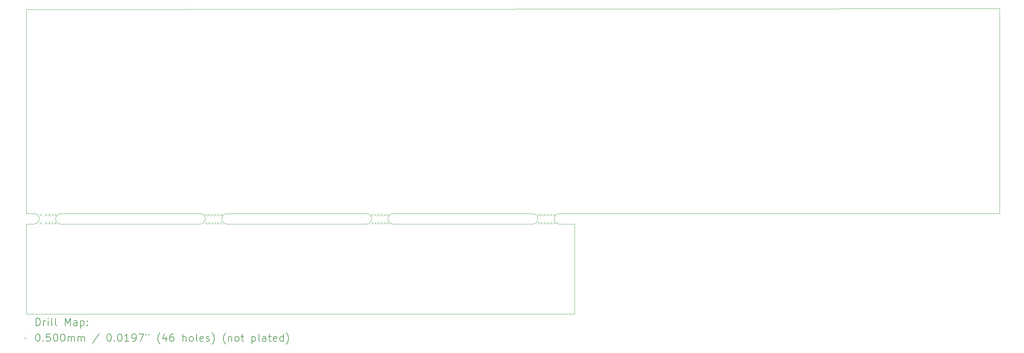
<source format=gbr>
%TF.GenerationSoftware,KiCad,Pcbnew,(6.0.10)*%
%TF.CreationDate,2023-03-08T19:14:59+03:00*%
%TF.ProjectId,my_pcb,6d795f70-6362-42e6-9b69-6361645f7063,rev?*%
%TF.SameCoordinates,Original*%
%TF.FileFunction,Drillmap*%
%TF.FilePolarity,Positive*%
%FSLAX45Y45*%
G04 Gerber Fmt 4.5, Leading zero omitted, Abs format (unit mm)*
G04 Created by KiCad (PCBNEW (6.0.10)) date 2023-03-08 19:14:59*
%MOMM*%
%LPD*%
G01*
G04 APERTURE LIST*
%ADD10C,0.050000*%
%ADD11C,0.200000*%
G04 APERTURE END LIST*
D10*
X2909510Y-8858000D02*
X2709510Y-8858000D01*
X16949510Y-8858000D02*
X17349510Y-8858000D01*
X11789510Y-8858000D02*
G75*
G03*
X11789510Y-8578000I0J140000D01*
G01*
X5849510Y-8578000D02*
X7349510Y-8578000D01*
X3629510Y-8578000D02*
G75*
G03*
X3629510Y-8858000I0J-140000D01*
G01*
X12509510Y-8578000D02*
G75*
G03*
X12509510Y-8858000I0J-140000D01*
G01*
X2909510Y-8858000D02*
G75*
G03*
X2909510Y-8578000I0J140000D01*
G01*
X8069510Y-8578000D02*
X10289510Y-8578000D01*
X28709510Y-8578000D02*
X16949510Y-8578000D01*
X16229510Y-8858000D02*
G75*
G03*
X16229510Y-8578000I0J140000D01*
G01*
X28709510Y-3098000D02*
X28709510Y-8578000D01*
X5849510Y-8858000D02*
X7349510Y-8858000D01*
X2709510Y-3128000D02*
X28709510Y-3098000D01*
X2709510Y-8578000D02*
X2909510Y-8578000D01*
X14729510Y-8858000D02*
X16229510Y-8858000D01*
X3629510Y-8858000D02*
X5849510Y-8858000D01*
X17349510Y-11258000D02*
X17349510Y-8858000D01*
X7349510Y-8858000D02*
G75*
G03*
X7349510Y-8578000I0J140000D01*
G01*
X14729510Y-8578000D02*
X16229510Y-8578000D01*
X10289510Y-8858000D02*
X11789510Y-8858000D01*
X10289510Y-8578000D02*
X11789510Y-8578000D01*
X8069510Y-8578000D02*
G75*
G03*
X8069510Y-8858000I0J-140000D01*
G01*
X3629510Y-8578000D02*
X5849510Y-8578000D01*
X12509510Y-8578000D02*
X14729510Y-8578000D01*
X2709510Y-11258000D02*
X2709510Y-8858000D01*
X12509510Y-8858000D02*
X14729510Y-8858000D01*
X8069510Y-8858000D02*
X10289510Y-8858000D01*
X2709510Y-8578000D02*
X2709510Y-3128000D01*
X17349510Y-11258000D02*
X2709510Y-11258000D01*
X16949510Y-8578000D02*
G75*
G03*
X16949510Y-8858000I0J-140000D01*
G01*
D11*
D10*
X3059510Y-8583000D02*
X3109510Y-8633000D01*
X3109510Y-8583000D02*
X3059510Y-8633000D01*
X3059510Y-8803000D02*
X3109510Y-8853000D01*
X3109510Y-8803000D02*
X3059510Y-8853000D01*
X3209510Y-8583000D02*
X3259510Y-8633000D01*
X3259510Y-8583000D02*
X3209510Y-8633000D01*
X3209510Y-8803000D02*
X3259510Y-8853000D01*
X3259510Y-8803000D02*
X3209510Y-8853000D01*
X3294510Y-8583000D02*
X3344510Y-8633000D01*
X3344510Y-8583000D02*
X3294510Y-8633000D01*
X3294510Y-8803000D02*
X3344510Y-8853000D01*
X3344510Y-8803000D02*
X3294510Y-8853000D01*
X3374510Y-8583000D02*
X3424510Y-8633000D01*
X3424510Y-8583000D02*
X3374510Y-8633000D01*
X3374510Y-8803000D02*
X3424510Y-8853000D01*
X3424510Y-8803000D02*
X3374510Y-8853000D01*
X3454510Y-8583000D02*
X3504510Y-8633000D01*
X3504510Y-8583000D02*
X3454510Y-8633000D01*
X3454510Y-8803000D02*
X3504510Y-8853000D01*
X3504510Y-8803000D02*
X3454510Y-8853000D01*
X7489510Y-8583000D02*
X7539510Y-8633000D01*
X7539510Y-8583000D02*
X7489510Y-8633000D01*
X7489510Y-8803000D02*
X7539510Y-8853000D01*
X7539510Y-8803000D02*
X7489510Y-8853000D01*
X7569510Y-8583000D02*
X7619510Y-8633000D01*
X7619510Y-8583000D02*
X7569510Y-8633000D01*
X7569510Y-8803000D02*
X7619510Y-8853000D01*
X7619510Y-8803000D02*
X7569510Y-8853000D01*
X7649510Y-8583000D02*
X7699510Y-8633000D01*
X7699510Y-8583000D02*
X7649510Y-8633000D01*
X7649510Y-8803000D02*
X7699510Y-8853000D01*
X7699510Y-8803000D02*
X7649510Y-8853000D01*
X7724510Y-8583000D02*
X7774510Y-8633000D01*
X7774510Y-8583000D02*
X7724510Y-8633000D01*
X7724510Y-8803000D02*
X7774510Y-8853000D01*
X7774510Y-8803000D02*
X7724510Y-8853000D01*
X7804510Y-8583000D02*
X7854510Y-8633000D01*
X7854510Y-8583000D02*
X7804510Y-8633000D01*
X7804510Y-8803000D02*
X7854510Y-8853000D01*
X7854510Y-8803000D02*
X7804510Y-8853000D01*
X7884510Y-8583000D02*
X7934510Y-8633000D01*
X7934510Y-8583000D02*
X7884510Y-8633000D01*
X7884510Y-8803000D02*
X7934510Y-8853000D01*
X7934510Y-8803000D02*
X7884510Y-8853000D01*
X11929510Y-8583000D02*
X11979510Y-8633000D01*
X11979510Y-8583000D02*
X11929510Y-8633000D01*
X11929510Y-8803000D02*
X11979510Y-8853000D01*
X11979510Y-8803000D02*
X11929510Y-8853000D01*
X12009510Y-8583000D02*
X12059510Y-8633000D01*
X12059510Y-8583000D02*
X12009510Y-8633000D01*
X12009510Y-8803000D02*
X12059510Y-8853000D01*
X12059510Y-8803000D02*
X12009510Y-8853000D01*
X12089510Y-8583000D02*
X12139510Y-8633000D01*
X12139510Y-8583000D02*
X12089510Y-8633000D01*
X12089510Y-8803000D02*
X12139510Y-8853000D01*
X12139510Y-8803000D02*
X12089510Y-8853000D01*
X12174510Y-8583000D02*
X12224510Y-8633000D01*
X12224510Y-8583000D02*
X12174510Y-8633000D01*
X12174510Y-8803000D02*
X12224510Y-8853000D01*
X12224510Y-8803000D02*
X12174510Y-8853000D01*
X12254510Y-8583000D02*
X12304510Y-8633000D01*
X12304510Y-8583000D02*
X12254510Y-8633000D01*
X12254510Y-8803000D02*
X12304510Y-8853000D01*
X12304510Y-8803000D02*
X12254510Y-8853000D01*
X12334510Y-8583000D02*
X12384510Y-8633000D01*
X12384510Y-8583000D02*
X12334510Y-8633000D01*
X12334510Y-8803000D02*
X12384510Y-8853000D01*
X12384510Y-8803000D02*
X12334510Y-8853000D01*
X16369510Y-8583000D02*
X16419510Y-8633000D01*
X16419510Y-8583000D02*
X16369510Y-8633000D01*
X16369510Y-8803000D02*
X16419510Y-8853000D01*
X16419510Y-8803000D02*
X16369510Y-8853000D01*
X16449510Y-8583000D02*
X16499510Y-8633000D01*
X16499510Y-8583000D02*
X16449510Y-8633000D01*
X16449510Y-8803000D02*
X16499510Y-8853000D01*
X16499510Y-8803000D02*
X16449510Y-8853000D01*
X16529510Y-8583000D02*
X16579510Y-8633000D01*
X16579510Y-8583000D02*
X16529510Y-8633000D01*
X16529510Y-8803000D02*
X16579510Y-8853000D01*
X16579510Y-8803000D02*
X16529510Y-8853000D01*
X16614510Y-8583000D02*
X16664510Y-8633000D01*
X16664510Y-8583000D02*
X16614510Y-8633000D01*
X16614510Y-8803000D02*
X16664510Y-8853000D01*
X16664510Y-8803000D02*
X16614510Y-8853000D01*
X16694510Y-8583000D02*
X16744510Y-8633000D01*
X16744510Y-8583000D02*
X16694510Y-8633000D01*
X16694510Y-8803000D02*
X16744510Y-8853000D01*
X16744510Y-8803000D02*
X16694510Y-8853000D01*
X16774510Y-8583000D02*
X16824510Y-8633000D01*
X16824510Y-8583000D02*
X16774510Y-8633000D01*
X16774510Y-8803000D02*
X16824510Y-8853000D01*
X16824510Y-8803000D02*
X16774510Y-8853000D01*
D11*
X2964629Y-11570976D02*
X2964629Y-11370976D01*
X3012248Y-11370976D01*
X3040819Y-11380500D01*
X3059867Y-11399548D01*
X3069391Y-11418595D01*
X3078915Y-11456690D01*
X3078915Y-11485262D01*
X3069391Y-11523357D01*
X3059867Y-11542405D01*
X3040819Y-11561452D01*
X3012248Y-11570976D01*
X2964629Y-11570976D01*
X3164629Y-11570976D02*
X3164629Y-11437643D01*
X3164629Y-11475738D02*
X3174153Y-11456690D01*
X3183677Y-11447167D01*
X3202724Y-11437643D01*
X3221772Y-11437643D01*
X3288438Y-11570976D02*
X3288438Y-11437643D01*
X3288438Y-11370976D02*
X3278915Y-11380500D01*
X3288438Y-11390024D01*
X3297962Y-11380500D01*
X3288438Y-11370976D01*
X3288438Y-11390024D01*
X3412248Y-11570976D02*
X3393200Y-11561452D01*
X3383677Y-11542405D01*
X3383677Y-11370976D01*
X3517010Y-11570976D02*
X3497962Y-11561452D01*
X3488438Y-11542405D01*
X3488438Y-11370976D01*
X3745581Y-11570976D02*
X3745581Y-11370976D01*
X3812248Y-11513833D01*
X3878915Y-11370976D01*
X3878915Y-11570976D01*
X4059867Y-11570976D02*
X4059867Y-11466214D01*
X4050343Y-11447167D01*
X4031296Y-11437643D01*
X3993200Y-11437643D01*
X3974153Y-11447167D01*
X4059867Y-11561452D02*
X4040819Y-11570976D01*
X3993200Y-11570976D01*
X3974153Y-11561452D01*
X3964629Y-11542405D01*
X3964629Y-11523357D01*
X3974153Y-11504309D01*
X3993200Y-11494786D01*
X4040819Y-11494786D01*
X4059867Y-11485262D01*
X4155105Y-11437643D02*
X4155105Y-11637643D01*
X4155105Y-11447167D02*
X4174153Y-11437643D01*
X4212248Y-11437643D01*
X4231296Y-11447167D01*
X4240820Y-11456690D01*
X4250343Y-11475738D01*
X4250343Y-11532881D01*
X4240820Y-11551928D01*
X4231296Y-11561452D01*
X4212248Y-11570976D01*
X4174153Y-11570976D01*
X4155105Y-11561452D01*
X4336058Y-11551928D02*
X4345581Y-11561452D01*
X4336058Y-11570976D01*
X4326534Y-11561452D01*
X4336058Y-11551928D01*
X4336058Y-11570976D01*
X4336058Y-11447167D02*
X4345581Y-11456690D01*
X4336058Y-11466214D01*
X4326534Y-11456690D01*
X4336058Y-11447167D01*
X4336058Y-11466214D01*
D10*
X2657010Y-11875500D02*
X2707010Y-11925500D01*
X2707010Y-11875500D02*
X2657010Y-11925500D01*
D11*
X3002724Y-11790976D02*
X3021772Y-11790976D01*
X3040819Y-11800500D01*
X3050343Y-11810024D01*
X3059867Y-11829071D01*
X3069391Y-11867167D01*
X3069391Y-11914786D01*
X3059867Y-11952881D01*
X3050343Y-11971928D01*
X3040819Y-11981452D01*
X3021772Y-11990976D01*
X3002724Y-11990976D01*
X2983677Y-11981452D01*
X2974153Y-11971928D01*
X2964629Y-11952881D01*
X2955105Y-11914786D01*
X2955105Y-11867167D01*
X2964629Y-11829071D01*
X2974153Y-11810024D01*
X2983677Y-11800500D01*
X3002724Y-11790976D01*
X3155105Y-11971928D02*
X3164629Y-11981452D01*
X3155105Y-11990976D01*
X3145581Y-11981452D01*
X3155105Y-11971928D01*
X3155105Y-11990976D01*
X3345581Y-11790976D02*
X3250343Y-11790976D01*
X3240819Y-11886214D01*
X3250343Y-11876690D01*
X3269391Y-11867167D01*
X3317010Y-11867167D01*
X3336058Y-11876690D01*
X3345581Y-11886214D01*
X3355105Y-11905262D01*
X3355105Y-11952881D01*
X3345581Y-11971928D01*
X3336058Y-11981452D01*
X3317010Y-11990976D01*
X3269391Y-11990976D01*
X3250343Y-11981452D01*
X3240819Y-11971928D01*
X3478915Y-11790976D02*
X3497962Y-11790976D01*
X3517010Y-11800500D01*
X3526534Y-11810024D01*
X3536058Y-11829071D01*
X3545581Y-11867167D01*
X3545581Y-11914786D01*
X3536058Y-11952881D01*
X3526534Y-11971928D01*
X3517010Y-11981452D01*
X3497962Y-11990976D01*
X3478915Y-11990976D01*
X3459867Y-11981452D01*
X3450343Y-11971928D01*
X3440819Y-11952881D01*
X3431296Y-11914786D01*
X3431296Y-11867167D01*
X3440819Y-11829071D01*
X3450343Y-11810024D01*
X3459867Y-11800500D01*
X3478915Y-11790976D01*
X3669391Y-11790976D02*
X3688438Y-11790976D01*
X3707486Y-11800500D01*
X3717010Y-11810024D01*
X3726534Y-11829071D01*
X3736058Y-11867167D01*
X3736058Y-11914786D01*
X3726534Y-11952881D01*
X3717010Y-11971928D01*
X3707486Y-11981452D01*
X3688438Y-11990976D01*
X3669391Y-11990976D01*
X3650343Y-11981452D01*
X3640819Y-11971928D01*
X3631296Y-11952881D01*
X3621772Y-11914786D01*
X3621772Y-11867167D01*
X3631296Y-11829071D01*
X3640819Y-11810024D01*
X3650343Y-11800500D01*
X3669391Y-11790976D01*
X3821772Y-11990976D02*
X3821772Y-11857643D01*
X3821772Y-11876690D02*
X3831296Y-11867167D01*
X3850343Y-11857643D01*
X3878915Y-11857643D01*
X3897962Y-11867167D01*
X3907486Y-11886214D01*
X3907486Y-11990976D01*
X3907486Y-11886214D02*
X3917010Y-11867167D01*
X3936058Y-11857643D01*
X3964629Y-11857643D01*
X3983677Y-11867167D01*
X3993200Y-11886214D01*
X3993200Y-11990976D01*
X4088438Y-11990976D02*
X4088438Y-11857643D01*
X4088438Y-11876690D02*
X4097962Y-11867167D01*
X4117010Y-11857643D01*
X4145581Y-11857643D01*
X4164629Y-11867167D01*
X4174153Y-11886214D01*
X4174153Y-11990976D01*
X4174153Y-11886214D02*
X4183677Y-11867167D01*
X4202724Y-11857643D01*
X4231296Y-11857643D01*
X4250343Y-11867167D01*
X4259867Y-11886214D01*
X4259867Y-11990976D01*
X4650343Y-11781452D02*
X4478915Y-12038595D01*
X4907486Y-11790976D02*
X4926534Y-11790976D01*
X4945581Y-11800500D01*
X4955105Y-11810024D01*
X4964629Y-11829071D01*
X4974153Y-11867167D01*
X4974153Y-11914786D01*
X4964629Y-11952881D01*
X4955105Y-11971928D01*
X4945581Y-11981452D01*
X4926534Y-11990976D01*
X4907486Y-11990976D01*
X4888439Y-11981452D01*
X4878915Y-11971928D01*
X4869391Y-11952881D01*
X4859867Y-11914786D01*
X4859867Y-11867167D01*
X4869391Y-11829071D01*
X4878915Y-11810024D01*
X4888439Y-11800500D01*
X4907486Y-11790976D01*
X5059867Y-11971928D02*
X5069391Y-11981452D01*
X5059867Y-11990976D01*
X5050343Y-11981452D01*
X5059867Y-11971928D01*
X5059867Y-11990976D01*
X5193200Y-11790976D02*
X5212248Y-11790976D01*
X5231296Y-11800500D01*
X5240820Y-11810024D01*
X5250343Y-11829071D01*
X5259867Y-11867167D01*
X5259867Y-11914786D01*
X5250343Y-11952881D01*
X5240820Y-11971928D01*
X5231296Y-11981452D01*
X5212248Y-11990976D01*
X5193200Y-11990976D01*
X5174153Y-11981452D01*
X5164629Y-11971928D01*
X5155105Y-11952881D01*
X5145581Y-11914786D01*
X5145581Y-11867167D01*
X5155105Y-11829071D01*
X5164629Y-11810024D01*
X5174153Y-11800500D01*
X5193200Y-11790976D01*
X5450343Y-11990976D02*
X5336058Y-11990976D01*
X5393200Y-11990976D02*
X5393200Y-11790976D01*
X5374153Y-11819548D01*
X5355105Y-11838595D01*
X5336058Y-11848119D01*
X5545581Y-11990976D02*
X5583677Y-11990976D01*
X5602724Y-11981452D01*
X5612248Y-11971928D01*
X5631296Y-11943357D01*
X5640819Y-11905262D01*
X5640819Y-11829071D01*
X5631296Y-11810024D01*
X5621772Y-11800500D01*
X5602724Y-11790976D01*
X5564629Y-11790976D01*
X5545581Y-11800500D01*
X5536058Y-11810024D01*
X5526534Y-11829071D01*
X5526534Y-11876690D01*
X5536058Y-11895738D01*
X5545581Y-11905262D01*
X5564629Y-11914786D01*
X5602724Y-11914786D01*
X5621772Y-11905262D01*
X5631296Y-11895738D01*
X5640819Y-11876690D01*
X5707486Y-11790976D02*
X5840819Y-11790976D01*
X5755105Y-11990976D01*
X5907486Y-11790976D02*
X5907486Y-11829071D01*
X5983677Y-11790976D02*
X5983677Y-11829071D01*
X6278915Y-12067167D02*
X6269391Y-12057643D01*
X6250343Y-12029071D01*
X6240819Y-12010024D01*
X6231296Y-11981452D01*
X6221772Y-11933833D01*
X6221772Y-11895738D01*
X6231296Y-11848119D01*
X6240819Y-11819548D01*
X6250343Y-11800500D01*
X6269391Y-11771928D01*
X6278915Y-11762405D01*
X6440819Y-11857643D02*
X6440819Y-11990976D01*
X6393200Y-11781452D02*
X6345581Y-11924309D01*
X6469391Y-11924309D01*
X6631296Y-11790976D02*
X6593200Y-11790976D01*
X6574153Y-11800500D01*
X6564629Y-11810024D01*
X6545581Y-11838595D01*
X6536058Y-11876690D01*
X6536058Y-11952881D01*
X6545581Y-11971928D01*
X6555105Y-11981452D01*
X6574153Y-11990976D01*
X6612248Y-11990976D01*
X6631296Y-11981452D01*
X6640819Y-11971928D01*
X6650343Y-11952881D01*
X6650343Y-11905262D01*
X6640819Y-11886214D01*
X6631296Y-11876690D01*
X6612248Y-11867167D01*
X6574153Y-11867167D01*
X6555105Y-11876690D01*
X6545581Y-11886214D01*
X6536058Y-11905262D01*
X6888438Y-11990976D02*
X6888438Y-11790976D01*
X6974153Y-11990976D02*
X6974153Y-11886214D01*
X6964629Y-11867167D01*
X6945581Y-11857643D01*
X6917010Y-11857643D01*
X6897962Y-11867167D01*
X6888438Y-11876690D01*
X7097962Y-11990976D02*
X7078915Y-11981452D01*
X7069391Y-11971928D01*
X7059867Y-11952881D01*
X7059867Y-11895738D01*
X7069391Y-11876690D01*
X7078915Y-11867167D01*
X7097962Y-11857643D01*
X7126534Y-11857643D01*
X7145581Y-11867167D01*
X7155105Y-11876690D01*
X7164629Y-11895738D01*
X7164629Y-11952881D01*
X7155105Y-11971928D01*
X7145581Y-11981452D01*
X7126534Y-11990976D01*
X7097962Y-11990976D01*
X7278915Y-11990976D02*
X7259867Y-11981452D01*
X7250343Y-11962405D01*
X7250343Y-11790976D01*
X7431296Y-11981452D02*
X7412248Y-11990976D01*
X7374153Y-11990976D01*
X7355105Y-11981452D01*
X7345581Y-11962405D01*
X7345581Y-11886214D01*
X7355105Y-11867167D01*
X7374153Y-11857643D01*
X7412248Y-11857643D01*
X7431296Y-11867167D01*
X7440819Y-11886214D01*
X7440819Y-11905262D01*
X7345581Y-11924309D01*
X7517010Y-11981452D02*
X7536058Y-11990976D01*
X7574153Y-11990976D01*
X7593200Y-11981452D01*
X7602724Y-11962405D01*
X7602724Y-11952881D01*
X7593200Y-11933833D01*
X7574153Y-11924309D01*
X7545581Y-11924309D01*
X7526534Y-11914786D01*
X7517010Y-11895738D01*
X7517010Y-11886214D01*
X7526534Y-11867167D01*
X7545581Y-11857643D01*
X7574153Y-11857643D01*
X7593200Y-11867167D01*
X7669391Y-12067167D02*
X7678915Y-12057643D01*
X7697962Y-12029071D01*
X7707486Y-12010024D01*
X7717010Y-11981452D01*
X7726534Y-11933833D01*
X7726534Y-11895738D01*
X7717010Y-11848119D01*
X7707486Y-11819548D01*
X7697962Y-11800500D01*
X7678915Y-11771928D01*
X7669391Y-11762405D01*
X8031296Y-12067167D02*
X8021772Y-12057643D01*
X8002724Y-12029071D01*
X7993200Y-12010024D01*
X7983677Y-11981452D01*
X7974153Y-11933833D01*
X7974153Y-11895738D01*
X7983677Y-11848119D01*
X7993200Y-11819548D01*
X8002724Y-11800500D01*
X8021772Y-11771928D01*
X8031296Y-11762405D01*
X8107486Y-11857643D02*
X8107486Y-11990976D01*
X8107486Y-11876690D02*
X8117010Y-11867167D01*
X8136058Y-11857643D01*
X8164629Y-11857643D01*
X8183677Y-11867167D01*
X8193200Y-11886214D01*
X8193200Y-11990976D01*
X8317010Y-11990976D02*
X8297962Y-11981452D01*
X8288438Y-11971928D01*
X8278915Y-11952881D01*
X8278915Y-11895738D01*
X8288438Y-11876690D01*
X8297962Y-11867167D01*
X8317010Y-11857643D01*
X8345581Y-11857643D01*
X8364629Y-11867167D01*
X8374153Y-11876690D01*
X8383677Y-11895738D01*
X8383677Y-11952881D01*
X8374153Y-11971928D01*
X8364629Y-11981452D01*
X8345581Y-11990976D01*
X8317010Y-11990976D01*
X8440820Y-11857643D02*
X8517010Y-11857643D01*
X8469391Y-11790976D02*
X8469391Y-11962405D01*
X8478915Y-11981452D01*
X8497962Y-11990976D01*
X8517010Y-11990976D01*
X8736058Y-11857643D02*
X8736058Y-12057643D01*
X8736058Y-11867167D02*
X8755105Y-11857643D01*
X8793200Y-11857643D01*
X8812248Y-11867167D01*
X8821772Y-11876690D01*
X8831296Y-11895738D01*
X8831296Y-11952881D01*
X8821772Y-11971928D01*
X8812248Y-11981452D01*
X8793200Y-11990976D01*
X8755105Y-11990976D01*
X8736058Y-11981452D01*
X8945581Y-11990976D02*
X8926534Y-11981452D01*
X8917010Y-11962405D01*
X8917010Y-11790976D01*
X9107486Y-11990976D02*
X9107486Y-11886214D01*
X9097962Y-11867167D01*
X9078915Y-11857643D01*
X9040820Y-11857643D01*
X9021772Y-11867167D01*
X9107486Y-11981452D02*
X9088439Y-11990976D01*
X9040820Y-11990976D01*
X9021772Y-11981452D01*
X9012248Y-11962405D01*
X9012248Y-11943357D01*
X9021772Y-11924309D01*
X9040820Y-11914786D01*
X9088439Y-11914786D01*
X9107486Y-11905262D01*
X9174153Y-11857643D02*
X9250343Y-11857643D01*
X9202724Y-11790976D02*
X9202724Y-11962405D01*
X9212248Y-11981452D01*
X9231296Y-11990976D01*
X9250343Y-11990976D01*
X9393200Y-11981452D02*
X9374153Y-11990976D01*
X9336058Y-11990976D01*
X9317010Y-11981452D01*
X9307486Y-11962405D01*
X9307486Y-11886214D01*
X9317010Y-11867167D01*
X9336058Y-11857643D01*
X9374153Y-11857643D01*
X9393200Y-11867167D01*
X9402724Y-11886214D01*
X9402724Y-11905262D01*
X9307486Y-11924309D01*
X9574153Y-11990976D02*
X9574153Y-11790976D01*
X9574153Y-11981452D02*
X9555105Y-11990976D01*
X9517010Y-11990976D01*
X9497962Y-11981452D01*
X9488439Y-11971928D01*
X9478915Y-11952881D01*
X9478915Y-11895738D01*
X9488439Y-11876690D01*
X9497962Y-11867167D01*
X9517010Y-11857643D01*
X9555105Y-11857643D01*
X9574153Y-11867167D01*
X9650343Y-12067167D02*
X9659867Y-12057643D01*
X9678915Y-12029071D01*
X9688439Y-12010024D01*
X9697962Y-11981452D01*
X9707486Y-11933833D01*
X9707486Y-11895738D01*
X9697962Y-11848119D01*
X9688439Y-11819548D01*
X9678915Y-11800500D01*
X9659867Y-11771928D01*
X9650343Y-11762405D01*
M02*

</source>
